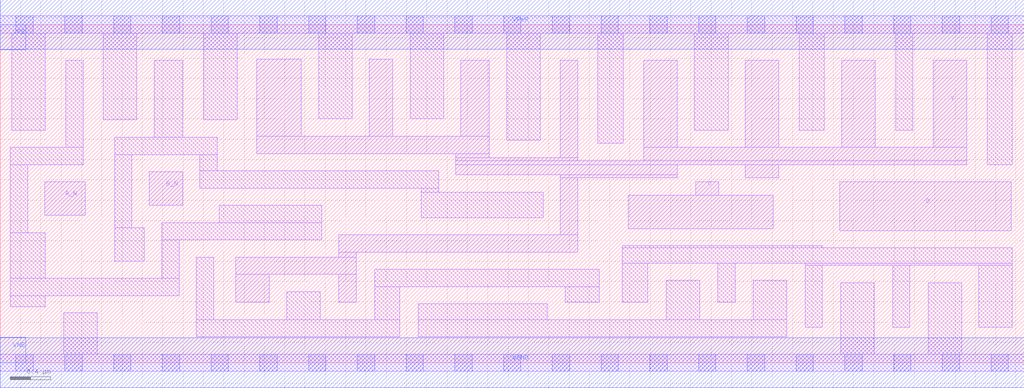
<source format=lef>
# Copyright 2020 The SkyWater PDK Authors
#
# Licensed under the Apache License, Version 2.0 (the "License");
# you may not use this file except in compliance with the License.
# You may obtain a copy of the License at
#
#     https://www.apache.org/licenses/LICENSE-2.0
#
# Unless required by applicable law or agreed to in writing, software
# distributed under the License is distributed on an "AS IS" BASIS,
# WITHOUT WARRANTIES OR CONDITIONS OF ANY KIND, either express or implied.
# See the License for the specific language governing permissions and
# limitations under the License.
#
# SPDX-License-Identifier: Apache-2.0

VERSION 5.5 ;
NAMESCASESENSITIVE ON ;
BUSBITCHARS "[]" ;
DIVIDERCHAR "/" ;
MACRO sky130_fd_sc_ms__nand4bb_4
  CLASS CORE ;
  SOURCE USER ;
  ORIGIN  0.000000  0.000000 ;
  SIZE  10.08000 BY  3.330000 ;
  SYMMETRY X Y ;
  SITE unit ;
  PIN A_N
    ANTENNAGATEAREA  0.363000 ;
    DIRECTION INPUT ;
    USE SIGNAL ;
    PORT
      LAYER li1 ;
        RECT 0.440000 1.450000 0.835000 1.780000 ;
    END
  END A_N
  PIN B_N
    ANTENNAGATEAREA  0.363000 ;
    DIRECTION INPUT ;
    USE SIGNAL ;
    PORT
      LAYER li1 ;
        RECT 1.465000 1.550000 1.795000 1.880000 ;
    END
  END B_N
  PIN C
    ANTENNAGATEAREA  1.116000 ;
    DIRECTION INPUT ;
    USE SIGNAL ;
    PORT
      LAYER li1 ;
        RECT 6.185000 1.320000 7.610000 1.650000 ;
        RECT 6.845000 1.650000 7.075000 1.780000 ;
    END
  END C
  PIN D
    ANTENNAGATEAREA  1.116000 ;
    DIRECTION INPUT ;
    USE SIGNAL ;
    PORT
      LAYER li1 ;
        RECT 8.265000 1.300000 9.955000 1.780000 ;
    END
  END D
  PIN Y
    ANTENNADIFFAREA  3.236100 ;
    DIRECTION OUTPUT ;
    USE SIGNAL ;
    PORT
      LAYER li1 ;
        RECT 2.320000 0.595000 2.650000 0.870000 ;
        RECT 2.320000 0.870000 3.505000 1.040000 ;
        RECT 2.525000 2.060000 4.815000 2.230000 ;
        RECT 2.525000 2.230000 2.965000 2.990000 ;
        RECT 3.335000 0.595000 3.505000 0.870000 ;
        RECT 3.335000 1.040000 3.505000 1.090000 ;
        RECT 3.335000 1.090000 5.685000 1.260000 ;
        RECT 3.635000 2.230000 3.865000 2.990000 ;
        RECT 4.485000 1.850000 6.665000 1.950000 ;
        RECT 4.485000 1.950000 9.515000 1.990000 ;
        RECT 4.485000 1.990000 5.685000 2.020000 ;
        RECT 4.485000 2.020000 4.815000 2.060000 ;
        RECT 4.535000 2.230000 4.815000 2.980000 ;
        RECT 5.515000 1.260000 5.685000 1.820000 ;
        RECT 5.515000 1.820000 6.665000 1.850000 ;
        RECT 5.515000 2.020000 5.685000 2.980000 ;
        RECT 6.335000 1.990000 9.515000 2.120000 ;
        RECT 6.335000 2.120000 6.665000 2.980000 ;
        RECT 7.335000 1.820000 7.665000 1.950000 ;
        RECT 7.335000 2.120000 7.665000 2.980000 ;
        RECT 8.285000 2.120000 8.615000 2.980000 ;
        RECT 9.185000 2.120000 9.515000 2.980000 ;
    END
  END Y
  PIN VGND
    DIRECTION INOUT ;
    USE GROUND ;
    PORT
      LAYER met1 ;
        RECT 0.000000 -0.245000 10.080000 0.245000 ;
    END
  END VGND
  PIN VNB
    DIRECTION INOUT ;
    USE GROUND ;
    PORT
      LAYER met1 ;
        RECT 0.000000 0.000000 0.250000 0.250000 ;
    END
  END VNB
  PIN VPB
    DIRECTION INOUT ;
    USE POWER ;
    PORT
      LAYER met1 ;
        RECT 0.000000 3.080000 0.250000 3.330000 ;
    END
  END VPB
  PIN VPWR
    DIRECTION INOUT ;
    USE POWER ;
    PORT
      LAYER met1 ;
        RECT 0.000000 3.085000 10.080000 3.575000 ;
    END
  END VPWR
  OBS
    LAYER li1 ;
      RECT 0.000000 -0.085000 10.080000 0.085000 ;
      RECT 0.000000  3.245000 10.080000 3.415000 ;
      RECT 0.100000  0.550000  0.445000 0.660000 ;
      RECT 0.100000  0.660000  1.760000 0.830000 ;
      RECT 0.100000  0.830000  0.445000 1.280000 ;
      RECT 0.100000  1.280000  0.270000 1.950000 ;
      RECT 0.100000  1.950000  0.815000 2.120000 ;
      RECT 0.115000  2.290000  0.445000 3.245000 ;
      RECT 0.625000  0.085000  0.955000 0.490000 ;
      RECT 0.645000  2.120000  0.815000 2.980000 ;
      RECT 1.015000  2.390000  1.345000 3.245000 ;
      RECT 1.125000  1.000000  1.420000 1.330000 ;
      RECT 1.125000  1.330000  1.295000 2.050000 ;
      RECT 1.125000  2.050000  2.135000 2.220000 ;
      RECT 1.515000  2.220000  1.795000 2.980000 ;
      RECT 1.590000  0.830000  1.760000 1.210000 ;
      RECT 1.590000  1.210000  3.165000 1.380000 ;
      RECT 1.930000  0.255000  3.935000 0.425000 ;
      RECT 1.930000  0.425000  2.100000 1.040000 ;
      RECT 1.965000  1.720000  4.315000 1.890000 ;
      RECT 1.965000  1.890000  2.135000 2.050000 ;
      RECT 2.005000  2.390000  2.335000 3.245000 ;
      RECT 2.155000  1.380000  3.165000 1.550000 ;
      RECT 2.820000  0.425000  3.150000 0.700000 ;
      RECT 3.135000  2.400000  3.465000 3.245000 ;
      RECT 3.685000  0.425000  3.935000 0.750000 ;
      RECT 3.685000  0.750000  5.895000 0.920000 ;
      RECT 4.035000  2.400000  4.365000 3.245000 ;
      RECT 4.115000  0.255000  7.745000 0.425000 ;
      RECT 4.115000  0.425000  5.385000 0.580000 ;
      RECT 4.145000  1.430000  5.345000 1.680000 ;
      RECT 4.145000  1.680000  4.315000 1.720000 ;
      RECT 4.985000  2.190000  5.315000 3.245000 ;
      RECT 5.565000  0.595000  5.895000 0.750000 ;
      RECT 5.885000  2.160000  6.135000 3.245000 ;
      RECT 6.125000  0.595000  6.375000 0.980000 ;
      RECT 6.125000  0.980000  9.965000 1.130000 ;
      RECT 6.125000  1.130000  8.095000 1.150000 ;
      RECT 6.555000  0.425000  6.885000 0.810000 ;
      RECT 6.835000  2.290000  7.165000 3.245000 ;
      RECT 7.065000  0.595000  7.235000 0.980000 ;
      RECT 7.415000  0.425000  7.745000 0.810000 ;
      RECT 7.865000  2.290000  8.115000 3.245000 ;
      RECT 7.925000  0.350000  8.095000 0.960000 ;
      RECT 7.925000  0.960000  9.965000 0.980000 ;
      RECT 8.275000  0.085000  8.605000 0.790000 ;
      RECT 8.785000  0.350000  8.955000 0.960000 ;
      RECT 8.815000  2.290000  8.985000 3.245000 ;
      RECT 9.135000  0.085000  9.465000 0.790000 ;
      RECT 9.635000  0.350000  9.965000 0.960000 ;
      RECT 9.715000  1.950000  9.965000 3.245000 ;
    LAYER mcon ;
      RECT 0.155000 -0.085000 0.325000 0.085000 ;
      RECT 0.155000  3.245000 0.325000 3.415000 ;
      RECT 0.635000 -0.085000 0.805000 0.085000 ;
      RECT 0.635000  3.245000 0.805000 3.415000 ;
      RECT 1.115000 -0.085000 1.285000 0.085000 ;
      RECT 1.115000  3.245000 1.285000 3.415000 ;
      RECT 1.595000 -0.085000 1.765000 0.085000 ;
      RECT 1.595000  3.245000 1.765000 3.415000 ;
      RECT 2.075000 -0.085000 2.245000 0.085000 ;
      RECT 2.075000  3.245000 2.245000 3.415000 ;
      RECT 2.555000 -0.085000 2.725000 0.085000 ;
      RECT 2.555000  3.245000 2.725000 3.415000 ;
      RECT 3.035000 -0.085000 3.205000 0.085000 ;
      RECT 3.035000  3.245000 3.205000 3.415000 ;
      RECT 3.515000 -0.085000 3.685000 0.085000 ;
      RECT 3.515000  3.245000 3.685000 3.415000 ;
      RECT 3.995000 -0.085000 4.165000 0.085000 ;
      RECT 3.995000  3.245000 4.165000 3.415000 ;
      RECT 4.475000 -0.085000 4.645000 0.085000 ;
      RECT 4.475000  3.245000 4.645000 3.415000 ;
      RECT 4.955000 -0.085000 5.125000 0.085000 ;
      RECT 4.955000  3.245000 5.125000 3.415000 ;
      RECT 5.435000 -0.085000 5.605000 0.085000 ;
      RECT 5.435000  3.245000 5.605000 3.415000 ;
      RECT 5.915000 -0.085000 6.085000 0.085000 ;
      RECT 5.915000  3.245000 6.085000 3.415000 ;
      RECT 6.395000 -0.085000 6.565000 0.085000 ;
      RECT 6.395000  3.245000 6.565000 3.415000 ;
      RECT 6.875000 -0.085000 7.045000 0.085000 ;
      RECT 6.875000  3.245000 7.045000 3.415000 ;
      RECT 7.355000 -0.085000 7.525000 0.085000 ;
      RECT 7.355000  3.245000 7.525000 3.415000 ;
      RECT 7.835000 -0.085000 8.005000 0.085000 ;
      RECT 7.835000  3.245000 8.005000 3.415000 ;
      RECT 8.315000 -0.085000 8.485000 0.085000 ;
      RECT 8.315000  3.245000 8.485000 3.415000 ;
      RECT 8.795000 -0.085000 8.965000 0.085000 ;
      RECT 8.795000  3.245000 8.965000 3.415000 ;
      RECT 9.275000 -0.085000 9.445000 0.085000 ;
      RECT 9.275000  3.245000 9.445000 3.415000 ;
      RECT 9.755000 -0.085000 9.925000 0.085000 ;
      RECT 9.755000  3.245000 9.925000 3.415000 ;
  END
END sky130_fd_sc_ms__nand4bb_4
END LIBRARY

</source>
